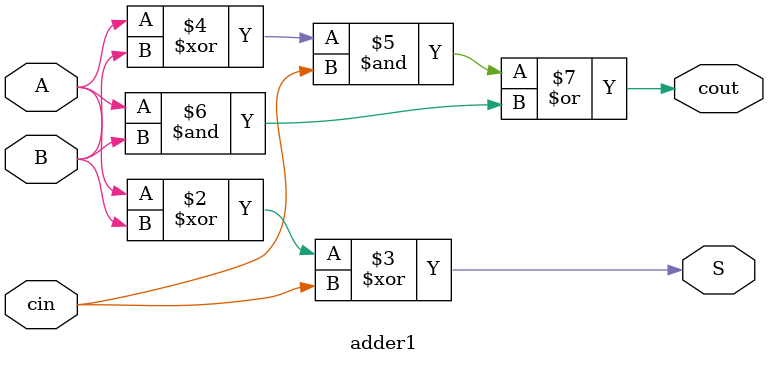
<source format=v>
module top_module(
    input [31:0] a,
    input [31:0] b,
    output [31:0] sum
);
wire c1;
add16 add1(
    .a(a[15:0]),
    .b(b[15:0]),
    .cin(1'b0),
    .sum(sum[15:0]),
    .cout(c1)
);
add16 add2(
    .a(a[31:16]),
    .b(b[31:16]),
    .cin(c1),
    .sum(sum[31:16]),
    .cout()
);
endmodule

module add16 (
    input [15:0] a,
    input [15:0] b,
    input cin,
    output [15:0] sum,
    output cout
);
wire [14:0] c;
genvar i;
generate
    for (i = 0; i < 16; i = i + 1) begin : adders
        if (i == 0)
            fulladder adders(
            .A(a[i]),
            .B(b[i]),
            .cin(cin),
            .S(sum[i]),
            .cout(c[i])
            );
        else if (i == 15)
            fulladder adders(
            .A(a[i]),
            .B(b[i]),
            .cin(c[i-1]),
            .S(sum[i]),
            .cout(cout)
            );
        else
            fulladder adders(
            .A(a[i]),
            .B(b[i]),
            .cin(c[i-1]),
            .S(sum[i]),
            .cout(c[i])
            );
    end
endgenerate
endmodule

module adder1(
    input A,
    input B,
    input cin,
    output reg cout,
    output reg S
    );

always @(*) begin
    S = (A ^ B) ^ cin;
    cout = ((A ^ B) & cin) | (A & B);
end
endmodule
</source>
